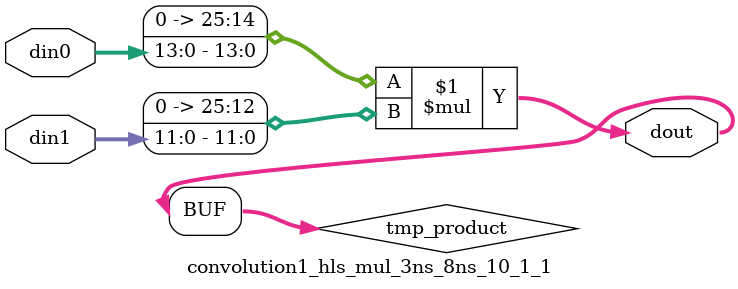
<source format=v>

`timescale 1 ns / 1 ps

  module convolution1_hls_mul_3ns_8ns_10_1_1(din0, din1, dout);
parameter ID = 1;
parameter NUM_STAGE = 0;
parameter din0_WIDTH = 14;
parameter din1_WIDTH = 12;
parameter dout_WIDTH = 26;

input [din0_WIDTH - 1 : 0] din0; 
input [din1_WIDTH - 1 : 0] din1; 
output [dout_WIDTH - 1 : 0] dout;

wire signed [dout_WIDTH - 1 : 0] tmp_product;










assign tmp_product = $signed({1'b0, din0}) * $signed({1'b0, din1});











assign dout = tmp_product;







endmodule

</source>
